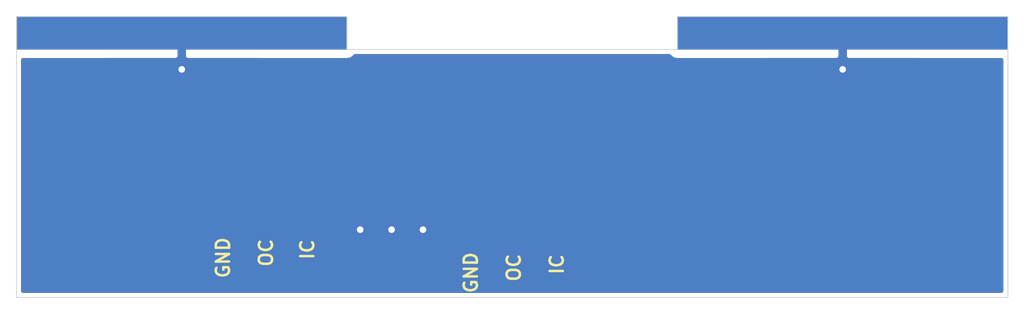
<source format=kicad_pcb>
(kicad_pcb (version 20171130) (host pcbnew "(5.1.10-1-10_14)")

  (general
    (thickness 1.6)
    (drawings 83)
    (tracks 19)
    (zones 0)
    (modules 6)
    (nets 4)
  )

  (page A4)
  (layers
    (0 F.Cu signal)
    (31 B.Cu signal)
    (32 B.Adhes user)
    (33 F.Adhes user)
    (34 B.Paste user)
    (35 F.Paste user)
    (36 B.SilkS user)
    (37 F.SilkS user)
    (38 B.Mask user)
    (39 F.Mask user)
    (40 Dwgs.User user hide)
    (41 Cmts.User user)
    (42 Eco1.User user)
    (43 Eco2.User user)
    (44 Edge.Cuts user)
    (45 Margin user)
    (46 B.CrtYd user hide)
    (47 F.CrtYd user hide)
    (48 B.Fab user hide)
    (49 F.Fab user hide)
  )

  (setup
    (last_trace_width 0.25)
    (trace_clearance 0.2)
    (zone_clearance 0.25)
    (zone_45_only no)
    (trace_min 0.2)
    (via_size 0.8)
    (via_drill 0.4)
    (via_min_size 0.4)
    (via_min_drill 0.3)
    (uvia_size 0.3)
    (uvia_drill 0.1)
    (uvias_allowed no)
    (uvia_min_size 0.2)
    (uvia_min_drill 0.1)
    (edge_width 0.05)
    (segment_width 0.2)
    (pcb_text_width 0.3)
    (pcb_text_size 1.5 1.5)
    (mod_edge_width 0.12)
    (mod_text_size 1 1)
    (mod_text_width 0.15)
    (pad_size 1.524 1.524)
    (pad_drill 0.762)
    (pad_to_mask_clearance 0)
    (aux_axis_origin 0 0)
    (visible_elements FFFFFFFF)
    (pcbplotparams
      (layerselection 0x010fc_ffffffff)
      (usegerberextensions false)
      (usegerberattributes true)
      (usegerberadvancedattributes true)
      (creategerberjobfile true)
      (excludeedgelayer true)
      (linewidth 0.100000)
      (plotframeref false)
      (viasonmask false)
      (mode 1)
      (useauxorigin false)
      (hpglpennumber 1)
      (hpglpenspeed 20)
      (hpglpendiameter 15.000000)
      (psnegative false)
      (psa4output false)
      (plotreference true)
      (plotvalue true)
      (plotinvisibletext false)
      (padsonsilk false)
      (subtractmaskfromsilk false)
      (outputformat 1)
      (mirror false)
      (drillshape 1)
      (scaleselection 1)
      (outputdirectory ""))
  )

  (net 0 "")
  (net 1 GND)
  (net 2 /OC)
  (net 3 /IC)

  (net_class Default "This is the default net class."
    (clearance 0.2)
    (trace_width 0.25)
    (via_dia 0.8)
    (via_drill 0.4)
    (uvia_dia 0.3)
    (uvia_drill 0.1)
    (add_net /IC)
    (add_net /OC)
    (add_net GND)
  )

  (module cycfi_library:xr2-coil-connector-square (layer F.Cu) (tedit 6158F6EE) (tstamp 615957C3)
    (at 130 115)
    (path /615174B9)
    (fp_text reference J2 (at 4.7 0) (layer F.SilkS) hide
      (effects (font (size 1 1) (thickness 0.15)))
    )
    (fp_text value Conn_01x03 (at 0 -3.81) (layer F.Fab)
      (effects (font (size 1 1) (thickness 0.15)))
    )
    (fp_text user GND (at -2.5 2.5 90) (layer F.SilkS)
      (effects (font (size 0.8 0.8) (thickness 0.15)))
    )
    (fp_text user OC (at 0.1 2.2 90) (layer F.SilkS)
      (effects (font (size 0.8 0.8) (thickness 0.15)))
    )
    (fp_text user IC (at 2.7 2 90) (layer F.SilkS)
      (effects (font (size 0.8 0.8) (thickness 0.15)))
    )
    (pad 3 smd rect (at 2.54 0) (size 1.5 2) (layers F.Cu F.Paste F.Mask)
      (net 3 /IC))
    (pad 2 smd rect (at 0 0) (size 1.5 2) (layers F.Cu F.Paste F.Mask)
      (net 2 /OC))
    (pad 1 smd rect (at -2.54 0) (size 1.5 2) (layers F.Cu F.Paste F.Mask)
      (net 1 GND))
  )

  (module cycfi_library:single-pad-20x2 (layer B.Cu) (tedit 6158F2CC) (tstamp 6159561C)
    (at 150 103)
    (path /61592051)
    (fp_text reference H1 (at 0 -2.54) (layer B.SilkS) hide
      (effects (font (size 1 1) (thickness 0.15)) (justify mirror))
    )
    (fp_text value single_pad_smd (at 0 2.54) (layer B.Fab)
      (effects (font (size 1 1) (thickness 0.15)) (justify mirror))
    )
    (pad 1 smd rect (at 0 0) (size 20 2) (layers B.Cu B.Paste B.Mask)
      (net 1 GND))
  )

  (module cycfi_library:single-pad-20x2 (layer F.Cu) (tedit 6158F2CC) (tstamp 615952B2)
    (at 150 103)
    (path /61591B80)
    (fp_text reference H2 (at 0 2.54) (layer F.SilkS) hide
      (effects (font (size 1 1) (thickness 0.15)))
    )
    (fp_text value single_pad_smd (at 0 -2.54) (layer F.Fab)
      (effects (font (size 1 1) (thickness 0.15)))
    )
    (pad 1 smd rect (at 0 0) (size 20 2) (layers F.Cu F.Paste F.Mask)
      (net 1 GND))
  )

  (module cycfi_library:single-pad-20x2 (layer B.Cu) (tedit 6158F2CC) (tstamp 61595230)
    (at 110 103)
    (path /61591675)
    (fp_text reference H3 (at 0 -2.54) (layer B.SilkS) hide
      (effects (font (size 1 1) (thickness 0.15)) (justify mirror))
    )
    (fp_text value single_pad_smd (at 0 2.54) (layer B.Fab)
      (effects (font (size 1 1) (thickness 0.15)) (justify mirror))
    )
    (pad 1 smd rect (at 0 0) (size 20 2) (layers B.Cu B.Paste B.Mask)
      (net 1 GND))
  )

  (module cycfi_library:single-pad-20x2 (layer F.Cu) (tedit 6158F2CC) (tstamp 61595235)
    (at 110 103)
    (path /615907E2)
    (fp_text reference H4 (at 0 2.54) (layer F.SilkS) hide
      (effects (font (size 1 1) (thickness 0.15)))
    )
    (fp_text value single_pad_smd (at 0 -2.54) (layer F.Fab)
      (effects (font (size 1 1) (thickness 0.15)))
    )
    (pad 1 smd rect (at 0 0) (size 20 2) (layers F.Cu F.Paste F.Mask)
      (net 1 GND))
  )

  (module cycfi_library:xr2-coil-connector-square (layer F.Cu) (tedit 6158F6EE) (tstamp 61595A94)
    (at 115 114)
    (path /6158F194)
    (fp_text reference J1 (at -4.6 -0.1) (layer F.SilkS) hide
      (effects (font (size 1 1) (thickness 0.15)))
    )
    (fp_text value Conn_01x03 (at 0 -3.81) (layer F.Fab)
      (effects (font (size 1 1) (thickness 0.15)))
    )
    (fp_text user GND (at -2.5 2.6 90) (layer F.SilkS)
      (effects (font (size 0.8 0.8) (thickness 0.15)))
    )
    (fp_text user OC (at 0.1 2.3 90) (layer F.SilkS)
      (effects (font (size 0.8 0.8) (thickness 0.15)))
    )
    (fp_text user IC (at 2.6 2.1 90) (layer F.SilkS)
      (effects (font (size 0.8 0.8) (thickness 0.15)))
    )
    (pad 3 smd rect (at 2.54 0) (size 1.5 2) (layers F.Cu F.Paste F.Mask)
      (net 3 /IC))
    (pad 2 smd rect (at 0 0) (size 1.5 2) (layers F.Cu F.Paste F.Mask)
      (net 2 /OC))
    (pad 1 smd rect (at -2.54 0) (size 1.5 2) (layers F.Cu F.Paste F.Mask)
      (net 1 GND))
  )

  (gr_line (start 100 119) (end 100 102) (layer Edge.Cuts) (width 0.05) (tstamp 61595357))
  (gr_line (start 160 119) (end 100 119) (layer Edge.Cuts) (width 0.05))
  (gr_line (start 160 102) (end 160 119) (layer Edge.Cuts) (width 0.05))
  (gr_line (start 140 102) (end 160 102) (layer Edge.Cuts) (width 0.05))
  (gr_line (start 140 104) (end 140 102) (layer Edge.Cuts) (width 0.05))
  (gr_line (start 120 104) (end 140 104) (layer Edge.Cuts) (width 0.05))
  (gr_line (start 120 102) (end 120 104) (layer Edge.Cuts) (width 0.05))
  (gr_line (start 100 102) (end 120 102) (layer Edge.Cuts) (width 0.05))
  (gr_line (start 130.75 114) (end 130.75 116) (layer Dwgs.User) (width 0.05))
  (gr_line (start 129.25 116) (end 129.25 114) (layer Dwgs.User) (width 0.05))
  (gr_line (start 128.21 116) (end 126.71 116) (layer Dwgs.User) (width 0.05))
  (gr_line (start 128.21 114) (end 128.21 116) (layer Dwgs.User) (width 0.05))
  (gr_line (start 126.71 114) (end 128.21 114) (layer Dwgs.User) (width 0.05))
  (gr_line (start 126.71 116) (end 126.71 114) (layer Dwgs.User) (width 0.05))
  (gr_line (start 120 104) (end 120 102) (layer Dwgs.User) (width 0.05))
  (gr_line (start 120 102) (end 100 102) (layer Dwgs.User) (width 0.05))
  (gr_line (start 114.25 113) (end 114.25 115) (layer Dwgs.User) (width 0.05))
  (gr_line (start 115.75 115) (end 114.25 115) (layer Dwgs.User) (width 0.05))
  (gr_arc (start 130 549.499999) (end 160 100) (angle -7.636609732) (layer Dwgs.User) (width 0.05))
  (gr_line (start 100 100) (end 100 102) (layer Dwgs.User) (width 0.05))
  (gr_line (start 160 102) (end 160 100) (layer Dwgs.User) (width 0.05))
  (gr_line (start 100 104) (end 100 119) (layer Dwgs.User) (width 0.05))
  (gr_line (start 100 119) (end 160 119) (layer Dwgs.User) (width 0.05))
  (gr_line (start 140 104) (end 120 104) (layer Dwgs.User) (width 0.05))
  (gr_line (start 160 119) (end 160 104) (layer Dwgs.User) (width 0.05))
  (gr_line (start 118.29 115) (end 116.79 115) (layer Dwgs.User) (width 0.05))
  (gr_line (start 116.79 113) (end 118.29 113) (layer Dwgs.User) (width 0.05))
  (gr_line (start 116.79 115) (end 116.79 113) (layer Dwgs.User) (width 0.05))
  (gr_line (start 118.29 113) (end 118.29 115) (layer Dwgs.User) (width 0.05))
  (gr_line (start 114.25 115) (end 114.25 113) (layer Dwgs.User) (width 0.05))
  (gr_line (start 115.75 115) (end 114.25 115) (layer Dwgs.User) (width 0.05))
  (gr_line (start 115.75 113) (end 115.75 115) (layer Dwgs.User) (width 0.05))
  (gr_line (start 114.25 113) (end 115.75 113) (layer Dwgs.User) (width 0.05))
  (gr_line (start 131.79 114) (end 133.29 114) (layer Dwgs.User) (width 0.05))
  (gr_line (start 131.79 116) (end 131.79 114) (layer Dwgs.User) (width 0.05))
  (gr_line (start 133.29 116) (end 131.79 116) (layer Dwgs.User) (width 0.05))
  (gr_line (start 133.29 114) (end 133.29 116) (layer Dwgs.User) (width 0.05))
  (gr_line (start 113.21 113) (end 113.21 115) (layer Dwgs.User) (width 0.05))
  (gr_line (start 111.71 113) (end 113.21 113) (layer Dwgs.User) (width 0.05))
  (gr_line (start 111.71 115) (end 111.71 113) (layer Dwgs.User) (width 0.05))
  (gr_line (start 113.21 115) (end 111.71 115) (layer Dwgs.User) (width 0.05))
  (gr_line (start 129.25 114) (end 130.75 114) (layer Dwgs.User) (width 0.05))
  (gr_line (start 130.75 116) (end 129.25 116) (layer Dwgs.User) (width 0.05))
  (gr_line (start 100 102) (end 100 104) (layer Dwgs.User) (width 0.05))
  (gr_line (start 100 104) (end 120 104) (layer Dwgs.User) (width 0.05))
  (gr_line (start 140 104) (end 160 104) (layer Dwgs.User) (width 0.05))
  (gr_line (start 160 104) (end 160 102) (layer Dwgs.User) (width 0.05))
  (gr_line (start 160 102) (end 140 102) (layer Dwgs.User) (width 0.05))
  (gr_line (start 118.29 113) (end 118.29 115) (layer Dwgs.User) (width 0.05))
  (gr_line (start 118.29 113) (end 116.79 113) (layer Dwgs.User) (width 0.05))
  (gr_line (start 133.29 116) (end 131.79 114) (layer Dwgs.User) (width 0.05))
  (gr_line (start 133.29 114) (end 131.79 116) (layer Dwgs.User) (width 0.05))
  (gr_line (start 131.79 114) (end 131.79 116) (layer Dwgs.User) (width 0.05))
  (gr_line (start 133.29 116) (end 131.79 116) (layer Dwgs.User) (width 0.05))
  (gr_line (start 133.29 114) (end 133.29 116) (layer Dwgs.User) (width 0.05))
  (gr_line (start 133.29 114) (end 131.79 114) (layer Dwgs.User) (width 0.05))
  (gr_line (start 118.29 115) (end 116.79 113) (layer Dwgs.User) (width 0.05))
  (gr_line (start 118.29 113) (end 116.79 115) (layer Dwgs.User) (width 0.05))
  (gr_line (start 115.75 113) (end 115.75 115) (layer Dwgs.User) (width 0.05))
  (gr_line (start 115.75 113) (end 114.25 113) (layer Dwgs.User) (width 0.05))
  (gr_line (start 116.79 113) (end 116.79 115) (layer Dwgs.User) (width 0.05))
  (gr_line (start 115.75 115) (end 114.25 113) (layer Dwgs.User) (width 0.05))
  (gr_line (start 115.75 113) (end 114.25 115) (layer Dwgs.User) (width 0.05))
  (gr_line (start 130.75 114) (end 129.25 114) (layer Dwgs.User) (width 0.05))
  (gr_line (start 113.21 115) (end 111.71 113) (layer Dwgs.User) (width 0.05))
  (gr_line (start 113.21 113) (end 111.71 115) (layer Dwgs.User) (width 0.05))
  (gr_line (start 111.71 113) (end 111.71 115) (layer Dwgs.User) (width 0.05))
  (gr_line (start 130.75 116) (end 129.25 114) (layer Dwgs.User) (width 0.05))
  (gr_line (start 130.75 114) (end 129.25 116) (layer Dwgs.User) (width 0.05))
  (gr_line (start 129.25 114) (end 129.25 116) (layer Dwgs.User) (width 0.05))
  (gr_line (start 130.75 116) (end 129.25 116) (layer Dwgs.User) (width 0.05))
  (gr_line (start 130.75 114) (end 130.75 116) (layer Dwgs.User) (width 0.05))
  (gr_line (start 126.71 114) (end 126.71 116) (layer Dwgs.User) (width 0.05))
  (gr_line (start 128.21 116) (end 126.71 116) (layer Dwgs.User) (width 0.05))
  (gr_line (start 128.21 114) (end 128.21 116) (layer Dwgs.User) (width 0.05))
  (gr_line (start 128.21 114) (end 126.71 114) (layer Dwgs.User) (width 0.05))
  (gr_line (start 113.21 113) (end 113.21 115) (layer Dwgs.User) (width 0.05))
  (gr_line (start 113.21 113) (end 111.71 113) (layer Dwgs.User) (width 0.05))
  (gr_line (start 140 102) (end 140 104) (layer Dwgs.User) (width 0.05))
  (gr_line (start 111.71 115) (end 113.21 115) (layer Dwgs.User) (width 0.05))
  (gr_line (start 128.21 116) (end 126.71 114) (layer Dwgs.User) (width 0.05))
  (gr_line (start 128.21 114) (end 126.71 116) (layer Dwgs.User) (width 0.05))
  (gr_line (start 118.29 115) (end 116.79 115) (layer Dwgs.User) (width 0.05))

  (via (at 110 105.2) (size 0.8) (drill 0.4) (layers F.Cu B.Cu) (net 1))
  (segment (start 110 103) (end 110 105.2) (width 0.25) (layer F.Cu) (net 1))
  (segment (start 110 105.2) (end 110 103) (width 0.25) (layer B.Cu) (net 1))
  (via (at 150 105.2) (size 0.8) (drill 0.4) (layers F.Cu B.Cu) (net 1))
  (segment (start 150 103) (end 150 105.2) (width 0.25) (layer B.Cu) (net 1))
  (segment (start 150 105.2) (end 150 103) (width 0.25) (layer F.Cu) (net 1))
  (via (at 122.7 114.9) (size 0.8) (drill 0.4) (layers F.Cu B.Cu) (net 1))
  (via (at 124.6 114.9) (size 0.8) (drill 0.4) (layers F.Cu B.Cu) (net 1))
  (via (at 120.8 114.9) (size 0.8) (drill 0.4) (layers F.Cu B.Cu) (net 1))
  (segment (start 115 114) (end 115 113.15) (width 0.25) (layer F.Cu) (net 2))
  (segment (start 115 113.15) (end 115.6 112.55) (width 0.25) (layer F.Cu) (net 2))
  (segment (start 115.6 112.55) (end 128.7 112.55) (width 0.25) (layer F.Cu) (net 2))
  (segment (start 130 113.85) (end 130 115) (width 0.25) (layer F.Cu) (net 2))
  (segment (start 128.7 112.55) (end 130 113.85) (width 0.25) (layer F.Cu) (net 2))
  (segment (start 117.54 114) (end 117.54 115.79) (width 0.25) (layer F.Cu) (net 3))
  (segment (start 117.54 115.79) (end 119 117.25) (width 0.25) (layer F.Cu) (net 3))
  (segment (start 119 117.25) (end 131.25 117.25) (width 0.25) (layer F.Cu) (net 3))
  (segment (start 132.54 115.96) (end 132.54 115) (width 0.25) (layer F.Cu) (net 3))
  (segment (start 131.25 117.25) (end 132.54 115.96) (width 0.25) (layer F.Cu) (net 3))

  (zone (net 1) (net_name GND) (layer B.Cu) (tstamp 61595C82) (hatch edge 0.508)
    (connect_pads (clearance 0.25))
    (min_thickness 0.254)
    (fill yes (arc_segments 32) (thermal_gap 0.508) (thermal_bridge_width 0.508))
    (polygon
      (pts
        (xy 161 120) (xy 99 120) (xy 99 101) (xy 161 101)
      )
    )
    (filled_polygon
      (pts
        (xy 110.127 102.873) (xy 119.598 102.873) (xy 119.598001 103.127) (xy 110.127 103.127) (xy 110.127 104.47625)
        (xy 110.28575 104.635) (xy 120 104.638072) (xy 120.124482 104.625812) (xy 120.24418 104.589502) (xy 120.354494 104.530537)
        (xy 120.451185 104.451185) (xy 120.49155 104.402) (xy 139.50845 104.402) (xy 139.548815 104.451185) (xy 139.645506 104.530537)
        (xy 139.75582 104.589502) (xy 139.875518 104.625812) (xy 140 104.638072) (xy 149.71425 104.635) (xy 149.873 104.47625)
        (xy 149.873 103.127) (xy 140.402 103.127) (xy 140.402 102.873) (xy 149.873 102.873) (xy 149.873 102.402)
        (xy 150.127 102.402) (xy 150.127 102.873) (xy 159.598 102.873) (xy 159.598 103.127) (xy 150.127 103.127)
        (xy 150.127 104.47625) (xy 150.28575 104.635) (xy 159.598 104.637945) (xy 159.598001 118.598) (xy 100.402 118.598)
        (xy 100.402 104.637945) (xy 109.71425 104.635) (xy 109.873 104.47625) (xy 109.873 103.127) (xy 100.402 103.127)
        (xy 100.402 102.873) (xy 109.873 102.873) (xy 109.873 102.402) (xy 110.127 102.402)
      )
    )
  )
  (zone (net 1) (net_name GND) (layer F.Cu) (tstamp 61595C7F) (hatch edge 0.508)
    (connect_pads (clearance 0.25))
    (min_thickness 0.254)
    (fill yes (arc_segments 32) (thermal_gap 0.508) (thermal_bridge_width 0.508))
    (polygon
      (pts
        (xy 161 120) (xy 99 120) (xy 99 101) (xy 161 101)
      )
    )
    (filled_polygon
      (pts
        (xy 110.127 102.873) (xy 119.598 102.873) (xy 119.598001 103.127) (xy 110.127 103.127) (xy 110.127 104.47625)
        (xy 110.28575 104.635) (xy 120 104.638072) (xy 120.124482 104.625812) (xy 120.24418 104.589502) (xy 120.354494 104.530537)
        (xy 120.451185 104.451185) (xy 120.49155 104.402) (xy 139.50845 104.402) (xy 139.548815 104.451185) (xy 139.645506 104.530537)
        (xy 139.75582 104.589502) (xy 139.875518 104.625812) (xy 140 104.638072) (xy 149.71425 104.635) (xy 149.873 104.47625)
        (xy 149.873 103.127) (xy 140.402 103.127) (xy 140.402 102.873) (xy 149.873 102.873) (xy 149.873 102.402)
        (xy 150.127 102.402) (xy 150.127 102.873) (xy 159.598 102.873) (xy 159.598 103.127) (xy 150.127 103.127)
        (xy 150.127 104.47625) (xy 150.28575 104.635) (xy 159.598 104.637945) (xy 159.598001 118.598) (xy 100.402 118.598)
        (xy 100.402 115) (xy 111.071928 115) (xy 111.084188 115.124482) (xy 111.120498 115.24418) (xy 111.179463 115.354494)
        (xy 111.258815 115.451185) (xy 111.355506 115.530537) (xy 111.46582 115.589502) (xy 111.585518 115.625812) (xy 111.71 115.638072)
        (xy 112.17425 115.635) (xy 112.333 115.47625) (xy 112.333 114.127) (xy 112.587 114.127) (xy 112.587 115.47625)
        (xy 112.74575 115.635) (xy 113.21 115.638072) (xy 113.334482 115.625812) (xy 113.45418 115.589502) (xy 113.564494 115.530537)
        (xy 113.661185 115.451185) (xy 113.740537 115.354494) (xy 113.799502 115.24418) (xy 113.835812 115.124482) (xy 113.848072 115)
        (xy 113.845 114.28575) (xy 113.68625 114.127) (xy 112.587 114.127) (xy 112.333 114.127) (xy 111.23375 114.127)
        (xy 111.075 114.28575) (xy 111.071928 115) (xy 100.402 115) (xy 100.402 113) (xy 111.071928 113)
        (xy 111.075 113.71425) (xy 111.23375 113.873) (xy 112.333 113.873) (xy 112.333 112.52375) (xy 112.587 112.52375)
        (xy 112.587 113.873) (xy 113.68625 113.873) (xy 113.845 113.71425) (xy 113.848072 113) (xy 113.871176 113)
        (xy 113.871176 115) (xy 113.878455 115.073905) (xy 113.900012 115.14497) (xy 113.935019 115.210463) (xy 113.982131 115.267869)
        (xy 114.039537 115.314981) (xy 114.10503 115.349988) (xy 114.176095 115.371545) (xy 114.25 115.378824) (xy 115.75 115.378824)
        (xy 115.823905 115.371545) (xy 115.89497 115.349988) (xy 115.960463 115.314981) (xy 116.017869 115.267869) (xy 116.064981 115.210463)
        (xy 116.099988 115.14497) (xy 116.121545 115.073905) (xy 116.128824 115) (xy 116.128824 113.052) (xy 116.411176 113.052)
        (xy 116.411176 115) (xy 116.418455 115.073905) (xy 116.440012 115.14497) (xy 116.475019 115.210463) (xy 116.522131 115.267869)
        (xy 116.579537 115.314981) (xy 116.64503 115.349988) (xy 116.716095 115.371545) (xy 116.79 115.378824) (xy 117.038001 115.378824)
        (xy 117.038001 115.765347) (xy 117.035573 115.79) (xy 117.045265 115.888409) (xy 117.07397 115.983036) (xy 117.120584 116.070245)
        (xy 117.167601 116.127535) (xy 117.167604 116.127538) (xy 117.183317 116.146684) (xy 117.202463 116.162397) (xy 118.627607 117.587543)
        (xy 118.643316 117.606684) (xy 118.662456 117.622392) (xy 118.662464 117.6224) (xy 118.713074 117.663934) (xy 118.719755 117.669417)
        (xy 118.806964 117.716031) (xy 118.901591 117.744736) (xy 118.975347 117.752) (xy 118.975357 117.752) (xy 119 117.754427)
        (xy 119.024643 117.752) (xy 131.225357 117.752) (xy 131.25 117.754427) (xy 131.274643 117.752) (xy 131.274653 117.752)
        (xy 131.348409 117.744736) (xy 131.443036 117.716031) (xy 131.530245 117.669417) (xy 131.606684 117.606684) (xy 131.622401 117.587533)
        (xy 132.831111 116.378824) (xy 133.29 116.378824) (xy 133.363905 116.371545) (xy 133.43497 116.349988) (xy 133.500463 116.314981)
        (xy 133.557869 116.267869) (xy 133.604981 116.210463) (xy 133.639988 116.14497) (xy 133.661545 116.073905) (xy 133.668824 116)
        (xy 133.668824 114) (xy 133.661545 113.926095) (xy 133.639988 113.85503) (xy 133.604981 113.789537) (xy 133.557869 113.732131)
        (xy 133.500463 113.685019) (xy 133.43497 113.650012) (xy 133.363905 113.628455) (xy 133.29 113.621176) (xy 131.79 113.621176)
        (xy 131.716095 113.628455) (xy 131.64503 113.650012) (xy 131.579537 113.685019) (xy 131.522131 113.732131) (xy 131.475019 113.789537)
        (xy 131.440012 113.85503) (xy 131.418455 113.926095) (xy 131.411176 114) (xy 131.411176 116) (xy 131.418455 116.073905)
        (xy 131.440012 116.14497) (xy 131.475019 116.210463) (xy 131.522131 116.267869) (xy 131.522167 116.267899) (xy 131.042066 116.748)
        (xy 119.207936 116.748) (xy 118.459935 116) (xy 126.071928 116) (xy 126.084188 116.124482) (xy 126.120498 116.24418)
        (xy 126.179463 116.354494) (xy 126.258815 116.451185) (xy 126.355506 116.530537) (xy 126.46582 116.589502) (xy 126.585518 116.625812)
        (xy 126.71 116.638072) (xy 127.17425 116.635) (xy 127.333 116.47625) (xy 127.333 115.127) (xy 127.587 115.127)
        (xy 127.587 116.47625) (xy 127.74575 116.635) (xy 128.21 116.638072) (xy 128.334482 116.625812) (xy 128.45418 116.589502)
        (xy 128.564494 116.530537) (xy 128.661185 116.451185) (xy 128.740537 116.354494) (xy 128.799502 116.24418) (xy 128.835812 116.124482)
        (xy 128.848072 116) (xy 128.845 115.28575) (xy 128.68625 115.127) (xy 127.587 115.127) (xy 127.333 115.127)
        (xy 126.23375 115.127) (xy 126.075 115.28575) (xy 126.071928 116) (xy 118.459935 116) (xy 118.042 115.582066)
        (xy 118.042 115.378824) (xy 118.29 115.378824) (xy 118.363905 115.371545) (xy 118.43497 115.349988) (xy 118.500463 115.314981)
        (xy 118.557869 115.267869) (xy 118.604981 115.210463) (xy 118.639988 115.14497) (xy 118.661545 115.073905) (xy 118.668824 115)
        (xy 118.668824 114) (xy 126.071928 114) (xy 126.075 114.71425) (xy 126.23375 114.873) (xy 127.333 114.873)
        (xy 127.333 113.52375) (xy 127.587 113.52375) (xy 127.587 114.873) (xy 128.68625 114.873) (xy 128.845 114.71425)
        (xy 128.848072 114) (xy 128.835812 113.875518) (xy 128.799502 113.75582) (xy 128.740537 113.645506) (xy 128.661185 113.548815)
        (xy 128.564494 113.469463) (xy 128.45418 113.410498) (xy 128.334482 113.374188) (xy 128.21 113.361928) (xy 127.74575 113.365)
        (xy 127.587 113.52375) (xy 127.333 113.52375) (xy 127.17425 113.365) (xy 126.71 113.361928) (xy 126.585518 113.374188)
        (xy 126.46582 113.410498) (xy 126.355506 113.469463) (xy 126.258815 113.548815) (xy 126.179463 113.645506) (xy 126.120498 113.75582)
        (xy 126.084188 113.875518) (xy 126.071928 114) (xy 118.668824 114) (xy 118.668824 113.052) (xy 128.492066 113.052)
        (xy 129.095285 113.655221) (xy 129.039537 113.685019) (xy 128.982131 113.732131) (xy 128.935019 113.789537) (xy 128.900012 113.85503)
        (xy 128.878455 113.926095) (xy 128.871176 114) (xy 128.871176 116) (xy 128.878455 116.073905) (xy 128.900012 116.14497)
        (xy 128.935019 116.210463) (xy 128.982131 116.267869) (xy 129.039537 116.314981) (xy 129.10503 116.349988) (xy 129.176095 116.371545)
        (xy 129.25 116.378824) (xy 130.75 116.378824) (xy 130.823905 116.371545) (xy 130.89497 116.349988) (xy 130.960463 116.314981)
        (xy 131.017869 116.267869) (xy 131.064981 116.210463) (xy 131.099988 116.14497) (xy 131.121545 116.073905) (xy 131.128824 116)
        (xy 131.128824 114) (xy 131.121545 113.926095) (xy 131.099988 113.85503) (xy 131.064981 113.789537) (xy 131.017869 113.732131)
        (xy 130.960463 113.685019) (xy 130.89497 113.650012) (xy 130.823905 113.628455) (xy 130.75 113.621176) (xy 130.446903 113.621176)
        (xy 130.419417 113.569754) (xy 130.3724 113.512464) (xy 130.372392 113.512456) (xy 130.356684 113.493316) (xy 130.337543 113.477607)
        (xy 129.072401 112.212467) (xy 129.056684 112.193316) (xy 128.980245 112.130583) (xy 128.893036 112.083969) (xy 128.798409 112.055264)
        (xy 128.724653 112.048) (xy 128.724643 112.048) (xy 128.7 112.045573) (xy 128.675357 112.048) (xy 115.624642 112.048)
        (xy 115.599999 112.045573) (xy 115.575356 112.048) (xy 115.575347 112.048) (xy 115.501591 112.055264) (xy 115.406964 112.083969)
        (xy 115.319755 112.130583) (xy 115.243316 112.193316) (xy 115.227603 112.212462) (xy 114.81889 112.621176) (xy 114.25 112.621176)
        (xy 114.176095 112.628455) (xy 114.10503 112.650012) (xy 114.039537 112.685019) (xy 113.982131 112.732131) (xy 113.935019 112.789537)
        (xy 113.900012 112.85503) (xy 113.878455 112.926095) (xy 113.871176 113) (xy 113.848072 113) (xy 113.835812 112.875518)
        (xy 113.799502 112.75582) (xy 113.740537 112.645506) (xy 113.661185 112.548815) (xy 113.564494 112.469463) (xy 113.45418 112.410498)
        (xy 113.334482 112.374188) (xy 113.21 112.361928) (xy 112.74575 112.365) (xy 112.587 112.52375) (xy 112.333 112.52375)
        (xy 112.17425 112.365) (xy 111.71 112.361928) (xy 111.585518 112.374188) (xy 111.46582 112.410498) (xy 111.355506 112.469463)
        (xy 111.258815 112.548815) (xy 111.179463 112.645506) (xy 111.120498 112.75582) (xy 111.084188 112.875518) (xy 111.071928 113)
        (xy 100.402 113) (xy 100.402 104.637945) (xy 109.71425 104.635) (xy 109.873 104.47625) (xy 109.873 103.127)
        (xy 100.402 103.127) (xy 100.402 102.873) (xy 109.873 102.873) (xy 109.873 102.402) (xy 110.127 102.402)
      )
    )
  )
)

</source>
